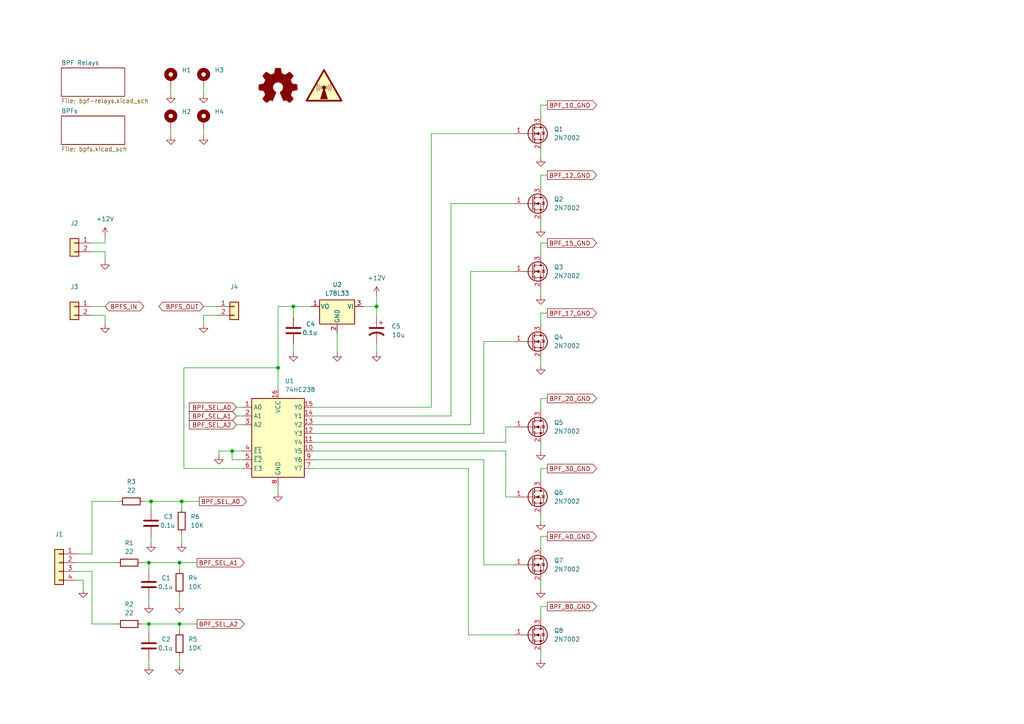
<source format=kicad_sch>
(kicad_sch (version 20230121) (generator eeschema)
  (paper "A4")
  (title_block (title "HBR/MK2 BPF Board") (date "2024-02-03") (rev "1.0"))
  (lib_symbols
    (symbol "74xx:74HC238"
      (property "Reference" "U" (at -7.62 13.97 0))
      (property "Value" "74HC238" (at 2.54 -11.43 0))
      (symbol "74HC238_0_1"
        (rectangle (start -7.62 12.7) (end 7.62 -10.16) (stroke (width 0.254)) (fill (type background)))
      )
      (symbol "74HC238_1_1"
        (pin input line (at -10.16 10.16 0) (length 2.54) (name "A0") (number "1"))
        (pin output line (at 10.16 -2.54 180) (length 2.54) (name "Y5") (number "10"))
        (pin output line (at 10.16 0 180) (length 2.54) (name "Y4") (number "11"))
        (pin output line (at 10.16 2.54 180) (length 2.54) (name "Y3") (number "12"))
        (pin output line (at 10.16 5.08 180) (length 2.54) (name "Y2") (number "13"))
        (pin output line (at 10.16 7.62 180) (length 2.54) (name "Y1") (number "14"))
        (pin output line (at 10.16 10.16 180) (length 2.54) (name "Y0") (number "15"))
        (pin power_in line (at 0 15.24 270) (length 2.54) (name "VCC") (number "16"))
        (pin input line (at -10.16 7.62 0) (length 2.54) (name "A1") (number "2"))
        (pin input line (at -10.16 5.08 0) (length 2.54) (name "A2") (number "3"))
        (pin input line (at -10.16 -2.54 0) (length 2.54) (name "~{E1}") (number "4"))
        (pin input line (at -10.16 -5.08 0) (length 2.54) (name "~{E2}") (number "5"))
        (pin input line (at -10.16 -7.62 0) (length 2.54) (name "E3") (number "6"))
        (pin output line (at 10.16 -7.62 180) (length 2.54) (name "Y7") (number "7"))
        (pin power_in line (at 0 -12.7 90) (length 2.54) (name "GND") (number "8"))
        (pin output line (at 10.16 -5.08 180) (length 2.54) (name "Y6") (number "9"))
      )
    )
    (symbol "Connector_Generic:Conn_01x02" (pin_names (offset 1.016) hide)
      (property "Reference" "J" (at 0 2.54 0))
      (property "Value" "Conn_01x02" (at 0 -5.08 0))
      (symbol "Conn_01x02_1_1"
        (rectangle (start -1.27 -2.413) (end 0 -2.667) (stroke (width 0.1524)))
        (rectangle (start -1.27 0.127) (end 0 -0.127) (stroke (width 0.1524)))
        (rectangle (start -1.27 1.27) (end 1.27 -3.81) (stroke (width 0.254)) (fill (type background)))
        (pin passive line (at -5.08 0 0) (length 3.81) (name "Pin_1") (number "1"))
        (pin passive line (at -5.08 -2.54 0) (length 3.81) (name "Pin_2") (number "2"))
      )
    )
    (symbol "Connector_Generic:Conn_01x04" (pin_names (offset 1.016) hide)
      (property "Reference" "J" (at 0 5.08 0))
      (property "Value" "Conn_01x04" (at 0 -7.62 0))
      (symbol "Conn_01x04_1_1"
        (rectangle (start -1.27 -4.953) (end 0 -5.207) (stroke (width 0.1524)))
        (rectangle (start -1.27 -2.413) (end 0 -2.667) (stroke (width 0.1524)))
        (rectangle (start -1.27 0.127) (end 0 -0.127) (stroke (width 0.1524)))
        (rectangle (start -1.27 2.667) (end 0 2.413) (stroke (width 0.1524)))
        (rectangle (start -1.27 3.81) (end 1.27 -6.35) (stroke (width 0.254)) (fill (type background)))
        (pin passive line (at -5.08 2.54 0) (length 3.81) (name "Pin_1") (number "1"))
        (pin passive line (at -5.08 0 0) (length 3.81) (name "Pin_2") (number "2"))
        (pin passive line (at -5.08 -2.54 0) (length 3.81) (name "Pin_3") (number "3"))
        (pin passive line (at -5.08 -5.08 0) (length 3.81) (name "Pin_4") (number "4"))
      )
    )
    (symbol "Device:C" (pin_numbers hide) (pin_names (offset 0.254))
      (property "Reference" "C" (at 0.635 2.54 0))
      (property "Value" "C" (at 0.635 -2.54 0))
      (symbol "C_0_1"
        (polyline (pts (xy -2.032 -0.762) (xy 2.032 -0.762)) (stroke (width 0.508)))
        (polyline (pts (xy -2.032 0.762) (xy 2.032 0.762)) (stroke (width 0.508)))
      )
      (symbol "C_1_1"
        (pin passive line (at 0 3.81 270) (length 2.794) (name "~") (number "1"))
        (pin passive line (at 0 -3.81 90) (length 2.794) (name "~") (number "2"))
      )
    )
    (symbol "Device:C_Polarized_US" (pin_numbers hide) (pin_names (offset 0.254) hide)
      (property "Reference" "C" (at 0.635 2.54 0))
      (property "Value" "C_Polarized_US" (at 0.635 -2.54 0))
      (symbol "C_Polarized_US_0_1"
        (polyline (pts (xy -2.032 0.762) (xy 2.032 0.762)) (stroke (width 0.508)))
        (polyline (pts (xy -1.778 2.286) (xy -0.762 2.286)))
        (polyline (pts (xy -1.27 1.778) (xy -1.27 2.794)))
        (arc (start 2.032 -1.27) (mid 0 -0.5572) (end -2.032 -1.27) (stroke (width 0.508)))
      )
      (symbol "C_Polarized_US_1_1"
        (pin passive line (at 0 3.81 270) (length 2.794) (name "~") (number "1"))
        (pin passive line (at 0 -3.81 90) (length 3.302) (name "~") (number "2"))
      )
    )
    (symbol "Device:R" (pin_numbers hide) (pin_names (offset 0))
      (property "Reference" "R" (at 2.032 0 90))
      (property "Value" "R" (at 0 0 90))
      (symbol "R_0_1"
        (rectangle (start -1.016 -2.54) (end 1.016 2.54) (stroke (width 0.254)))
      )
      (symbol "R_1_1"
        (pin passive line (at 0 3.81 270) (length 1.27) (name "~") (number "1"))
        (pin passive line (at 0 -3.81 90) (length 1.27) (name "~") (number "2"))
      )
    )
    (symbol "Graphic:Logo_Open_Hardware_Small" (in_bom no) (on_board no)
      (symbol "Logo_Open_Hardware_Small_0_1"
        (polyline (pts (xy 3.3528 -4.3434) (xy 3.302 -4.318) (xy 3.175 -4.2418) (xy 2.9972 -4.1148) (xy 2.7686 -3.9624) (xy 2.54 -3.81) (xy 2.3622 -3.7084) (xy 2.2352 -3.6068) (xy 2.1844 -3.5814) (xy 2.159 -3.6068) (xy 2.0574 -3.6576) (xy 1.905 -3.7338) (xy 1.8034 -3.7846) (xy 1.6764 -3.8354) (xy 1.6002 -3.8354) (xy 1.6002 -3.8354) (xy 1.5494 -3.7338) (xy 1.4732 -3.5306) (xy 1.3462 -3.302) (xy 1.2446 -3.0226) (xy 1.1176 -2.7178) (xy 0.9652 -2.413) (xy 0.8636 -2.1082) (xy 0.7366 -1.8288) (xy 0.6604 -1.6256) (xy 0.6096 -1.4732) (xy 0.5842 -1.397) (xy 0.5842 -1.397) (xy 0.6604 -1.3208) (xy 0.7874 -1.2446) (xy 1.0414 -1.016) (xy 1.2954 -0.6858) (xy 1.4478 -0.3302) (xy 1.524 0.0762) (xy 1.4732 0.4572) (xy 1.3208 0.8128) (xy 1.0668 1.143) (xy 0.762 1.3716) (xy 0.4064 1.524) (xy 0 1.5748) (xy -0.381 1.5494) (xy -0.7366 1.397) (xy -1.0668 1.143) (xy -1.2192 0.9906) (xy -1.397 0.6604) (xy -1.524 0.3048) (xy -1.524 0.2286) (xy -1.4986 -0.1778) (xy -1.397 -0.5334) (xy -1.1938 -0.8636) (xy -0.9144 -1.143) (xy -0.8636 -1.1684) (xy -0.7366 -1.27) (xy -0.635 -1.3462) (xy -0.5842 -1.397) (xy -1.0668 -2.5908) (xy -1.143 -2.794) (xy -1.2954 -3.1242) (xy -1.397 -3.4036) (xy -1.4986 -3.6322) (xy -1.5748 -3.7846) (xy -1.6002 -3.8354) (xy -1.6002 -3.8354) (xy -1.651 -3.8354) (xy -1.7272 -3.81) (xy -1.905 -3.7338) (xy -2.0066 -3.683) (xy -2.1336 -3.6068) (xy -2.2098 -3.5814) (xy -2.2606 -3.6068) (xy -2.3622 -3.683) (xy -2.54 -3.81) (xy -2.7686 -3.9624) (xy -2.9718 -4.0894) (xy -3.1496 -4.2164) (xy -3.302 -4.318) (xy -3.3528 -4.3434) (xy -3.3782 -4.3434) (xy -3.429 -4.318) (xy -3.5306 -4.2164) (xy -3.7084 -4.064) (xy -3.937 -3.8354) (xy -3.9624 -3.81) (xy -4.1656 -3.6068) (xy -4.318 -3.4544) (xy -4.4196 -3.3274) (xy -4.445 -3.2766) (xy -4.445 -3.2766) (xy -4.4196 -3.2258) (xy -4.318 -3.0734) (xy -4.2164 -2.8956) (xy -4.064 -2.667) (xy -3.6576 -2.0828) (xy -3.8862 -1.5494) (xy -3.937 -1.3716) (xy -4.0386 -1.1684) (xy -4.0894 -1.0414) (xy -4.1148 -0.9652) (xy -4.191 -0.9398) (xy -4.318 -0.9144) (xy -4.5466 -0.8636) (xy -4.8006 -0.8128) (xy -5.0546 -0.7874) (xy -5.2578 -0.7366) (xy -5.4356 -0.7112) (xy -5.5118 -0.6858) (xy -5.5118 -0.6858) (xy -5.5372 -0.635) (xy -5.5372 -0.5588) (xy -5.5372 -0.4318) (xy -5.5626 -0.2286) (xy -5.5626 0.0762) (xy -5.5626 0.127) (xy -5.5372 0.4064) (xy -5.5372 0.635) (xy -5.5372 0.762) (xy -5.5372 0.8382) (xy -5.5372 0.8382) (xy -5.461 0.8382) (xy -5.3086 0.889) (xy -5.08 0.9144) (xy -4.826 0.9652) (xy -4.8006 0.9906) (xy -4.5466 1.0414) (xy -4.318 1.0668) (xy -4.1656 1.1176) (xy -4.0894 1.143) (xy -4.0894 1.143) (xy -4.0386 1.2446) (xy -3.9624 1.4224) (xy -3.8608 1.6256) (xy -3.7846 1.8288) (xy -3.7084 2.0066) (xy -3.6576 2.159) (xy -3.6322 2.2098) (xy -3.6322 2.2098) (xy -3.683 2.286) (xy -3.7592 2.413) (xy -3.8862 2.5908) (xy -4.064 2.8194) (xy -4.064 2.8448) (xy -4.2164 3.0734) (xy -4.3434 3.2512) (xy -4.4196 3.3782) (xy -4.445 3.4544) (xy -4.445 3.4544) (xy -4.3942 3.5052) (xy -4.2926 3.6322) (xy -4.1148 3.81) (xy -3.937 4.0132) (xy -3.8608 4.064) (xy -3.6576 4.2926) (xy -3.5052 4.4196) (xy -3.4036 4.4958) (xy -3.3528 4.5212) (xy -3.3528 4.5212) (xy -3.302 4.4704) (xy -3.1496 4.3688) (xy -2.9718 4.2418) (xy -2.7432 4.0894) (xy -2.7178 4.0894) (xy -2.4892 3.937) (xy -2.3114 3.81) (xy -2.1844 3.7084) (xy -2.1336 3.683) (xy -2.1082 3.683) (xy -2.032 3.7084) (xy -1.8542 3.7592) (xy -1.6764 3.8354) (xy -1.4732 3.937) (xy -1.27 4.0132) (xy -1.143 4.064) (xy -1.0668 4.1148) (xy -1.0668 4.1148) (xy -1.0414 4.191) (xy -1.016 4.3434) (xy -0.9652 4.572) (xy -0.9144 4.8514) (xy -0.889 4.9022) (xy -0.8382 5.1562) (xy -0.8128 5.3848) (xy -0.7874 5.5372) (xy -0.762 5.588) (xy -0.7112 5.6134) (xy -0.5842 5.6134) (xy -0.4064 5.6134) (xy -0.1524 5.6134) (xy 0.0762 5.6134) (xy 0.3302 5.6134) (xy 0.5334 5.6134) (xy 0.6858 5.588) (xy 0.7366 5.588) (xy 0.7366 5.588) (xy 0.762 5.5118) (xy 0.8128 5.334) (xy 0.8382 5.1054) (xy 0.9144 4.826) (xy 0.9144 4.7752) (xy 0.9652 4.5212) (xy 1.016 4.2926) (xy 1.0414 4.1402) (xy 1.0668 4.0894) (xy 1.0668 4.0894) (xy 1.1938 4.0386) (xy 1.3716 3.9624) (xy 1.5748 3.8608) (xy 2.0828 3.6576) (xy 2.7178 4.0894) (xy 2.7686 4.1402) (xy 2.9972 4.2926) (xy 3.175 4.4196) (xy 3.302 4.4958) (xy 3.3782 4.5212) (xy 3.3782 4.5212) (xy 3.429 4.4704) (xy 3.556 4.3434) (xy 3.7338 4.191) (xy 3.9116 3.9878) (xy 4.064 3.8354) (xy 4.2418 3.6576) (xy 4.3434 3.556) (xy 4.4196 3.4798) (xy 4.4196 3.429) (xy 4.4196 3.4036) (xy 4.3942 3.3274) (xy 4.2926 3.2004) (xy 4.1656 2.9972) (xy 4.0132 2.794) (xy 3.8862 2.5908) (xy 3.7592 2.3876) (xy 3.6576 2.2352) (xy 3.6322 2.159) (xy 3.6322 2.1336) (xy 3.683 2.0066) (xy 3.7592 1.8288) (xy 3.8608 1.6002) (xy 4.064 1.1176) (xy 4.3942 1.0414) (xy 4.5974 1.016) (xy 4.8768 0.9652) (xy 5.1308 0.9144) (xy 5.5372 0.8382) (xy 5.5626 -0.6604) (xy 5.4864 -0.6858) (xy 5.4356 -0.6858) (xy 5.2832 -0.7366) (xy 5.0546 -0.762) (xy 4.8006 -0.8128) (xy 4.5974 -0.8636) (xy 4.3688 -0.9144) (xy 4.2164 -0.9398) (xy 4.1402 -0.9398) (xy 4.1148 -0.9652) (xy 4.064 -1.0668) (xy 3.9878 -1.2446) (xy 3.9116 -1.4478) (xy 3.81 -1.651) (xy 3.7338 -1.8542) (xy 3.683 -2.0066) (xy 3.6576 -2.0828) (xy 3.683 -2.1336) (xy 3.7846 -2.2606) (xy 3.8862 -2.4638) (xy 4.0386 -2.667) (xy 4.191 -2.8956) (xy 4.318 -3.0734) (xy 4.3942 -3.2004) (xy 4.445 -3.2766) (xy 4.4196 -3.3274) (xy 4.3434 -3.429) (xy 4.1656 -3.5814) (xy 3.937 -3.8354) (xy 3.8862 -3.8608) (xy 3.683 -4.064) (xy 3.5306 -4.2164) (xy 3.4036 -4.318) (xy 3.3528 -4.3434)) (fill (type outline)))
      )
    )
    (symbol "Graphic:SYM_Radio_Waves_Large" (in_bom no) (on_board no)
      (symbol "SYM_Radio_Waves_Large_0_1"
        (arc (start -1.778 -0.254) (mid -2.0478 -1.27) (end -1.778 -2.286))
        (arc (start -1.27 -0.508) (mid -1.4811 -1.27) (end -1.27 -2.032))
        (arc (start -0.762 -0.762) (mid -0.9158 -1.27) (end -0.762 -1.778))
        (circle (center 0 -1.27) (radius 0.508) (fill (type outline)))
        (polyline (pts (xy -5.08 -5.08) (xy 5.08 -5.08) (xy 0 3.81) (xy -5.08 -5.08)) (stroke (width 0.508)) (fill (type background)))
        (polyline (pts (xy -1.016 -4.572) (xy 1.016 -4.572) (xy 0 -1.27) (xy -1.016 -4.572)) (fill (type outline)))
        (arc (start 0.762 -1.778) (mid 0.9158 -1.27) (end 0.762 -0.762))
        (arc (start 1.27 -2.032) (mid 1.4811 -1.27) (end 1.27 -0.508))
        (arc (start 1.778 -2.286) (mid 2.0478 -1.27) (end 1.778 -0.254))
      )
    )
    (symbol "Mechanical:MountingHole_Pad" (pin_numbers hide) (pin_names (offset 1.016) hide)
      (property "Reference" "H" (at 0 6.35 0))
      (property "Value" "MountingHole_Pad" (at 0 4.445 0))
      (symbol "MountingHole_Pad_0_1"
        (circle (center 0 1.27) (radius 1.27) (stroke (width 1.27)))
      )
      (symbol "MountingHole_Pad_1_1"
        (pin input line (at 0 -2.54 90) (length 2.54) (name "1") (number "1"))
      )
    )
    (symbol "Regulator_Linear:L78L33_TO92" (pin_names (offset 0.254))
      (property "Reference" "U" (at -3.81 3.175 0))
      (property "Value" "L78L33_TO92" (at 0 3.175 0))
      (symbol "L78L33_TO92_0_1"
        (rectangle (start -5.08 -5.08) (end 5.08 1.905) (stroke (width 0.254)) (fill (type background)))
      )
      (symbol "L78L33_TO92_1_1"
        (pin power_out line (at 7.62 0 180) (length 2.54) (name "VO") (number "1"))
        (pin power_in line (at 0 -7.62 90) (length 2.54) (name "GND") (number "2"))
        (pin power_in line (at -7.62 0 0) (length 2.54) (name "VI") (number "3"))
      )
    )
    (symbol "Transistor_FET:2N7002" (pin_names hide)
      (property "Reference" "Q" (at 5.08 1.905 0))
      (property "Value" "2N7002" (at 5.08 0 0))
      (symbol "2N7002_0_1"
        (polyline (pts (xy 0.254 0) (xy -2.54 0)))
        (polyline (pts (xy 0.254 1.905) (xy 0.254 -1.905)) (stroke (width 0.254)))
        (polyline (pts (xy 0.762 -1.27) (xy 0.762 -2.286)) (stroke (width 0.254)))
        (polyline (pts (xy 0.762 0.508) (xy 0.762 -0.508)) (stroke (width 0.254)))
        (polyline (pts (xy 0.762 2.286) (xy 0.762 1.27)) (stroke (width 0.254)))
        (polyline (pts (xy 2.54 2.54) (xy 2.54 1.778)))
        (polyline (pts (xy 2.54 -2.54) (xy 2.54 0) (xy 0.762 0)))
        (polyline (pts (xy 0.762 -1.778) (xy 3.302 -1.778) (xy 3.302 1.778) (xy 0.762 1.778)))
        (polyline (pts (xy 1.016 0) (xy 2.032 0.381) (xy 2.032 -0.381) (xy 1.016 0)) (fill (type outline)))
        (polyline (pts (xy 2.794 0.508) (xy 2.921 0.381) (xy 3.683 0.381) (xy 3.81 0.254)))
        (polyline (pts (xy 3.302 0.381) (xy 2.921 -0.254) (xy 3.683 -0.254) (xy 3.302 0.381)))
        (circle (center 1.651 0) (radius 2.794) (stroke (width 0.254)))
        (circle (center 2.54 -1.778) (radius 0.254) (fill (type outline)))
        (circle (center 2.54 1.778) (radius 0.254) (fill (type outline)))
      )
      (symbol "2N7002_1_1"
        (pin input line (at -5.08 0 0) (length 2.54) (name "G") (number "1"))
        (pin passive line (at 2.54 -5.08 90) (length 2.54) (name "S") (number "2"))
        (pin passive line (at 2.54 5.08 270) (length 2.54) (name "D") (number "3"))
      )
    )
    (symbol "power:+12V" (power) (pin_names (offset 0))
      (property "Value" "+12V" (at 0 3.556 0))
      (symbol "+12V_0_1"
        (polyline (pts (xy -0.762 1.27) (xy 0 2.54)))
        (polyline (pts (xy 0 0) (xy 0 2.54)))
        (polyline (pts (xy 0 2.54) (xy 0.762 1.27)))
      )
      (symbol "+12V_1_1"
        (pin power_in line (at 0 0 90) (length 0) hide (name "+12V") (number "1"))
      )
    )
    (symbol "power:GND" (power) (pin_names (offset 0))
      (property "Value" "GND" (at 0 -3.81 0))
      (symbol "GND_0_1"
        (polyline (pts (xy 0 0) (xy 0 -1.27) (xy 1.27 -1.27) (xy 0 -2.54) (xy -1.27 -1.27) (xy 0 -1.27)))
      )
      (symbol "GND_1_1"
        (pin power_in line (at 0 0 270) (length 0) hide (name "GND") (number "1"))
      )
    )
  )
  (junction (at 109.22 88.9))
  (junction (at 43.18 180.975))
  (junction (at 43.18 163.195))
  (junction (at 80.645 106.68))
  (junction (at 52.07 163.195))
  (junction (at 85.09 88.9))
  (junction (at 52.07 180.975))
  (junction (at 43.815 145.415))
  (junction (at 67.31 130.81))
  (junction (at 52.705 145.415))
  (wire (pts (xy 24.13 168.275) (xy 22.225 168.275)))
  (wire (pts (xy 156.845 30.48) (xy 158.75 30.48)))
  (wire (pts (xy 156.845 70.485) (xy 158.75 70.485)))
  (wire (pts (xy 43.18 165.735) (xy 43.18 163.195)))
  (wire (pts (xy 49.53 37.465) (xy 49.53 39.37)))
  (wire (pts (xy 43.815 155.575) (xy 43.815 157.48)))
  (wire (pts (xy 90.805 125.73) (xy 140.335 125.73)))
  (wire (pts (xy 53.34 106.68) (xy 80.645 106.68)))
  (wire (pts (xy 52.705 154.94) (xy 52.705 157.48)))
  (wire (pts (xy 68.58 120.65) (xy 70.485 120.65)))
  (wire (pts (xy 41.275 180.975) (xy 43.18 180.975)))
  (wire (pts (xy 156.845 115.57) (xy 158.75 115.57)))
  (wire (pts (xy 90.805 123.19) (xy 136.525 123.19)))
  (wire (pts (xy 156.845 158.75) (xy 156.845 155.575)))
  (wire (pts (xy 136.525 123.19) (xy 136.525 78.74)))
  (wire (pts (xy 70.485 133.35) (xy 67.31 133.35)))
  (wire (pts (xy 43.18 191.135) (xy 43.18 193.04)))
  (wire (pts (xy 135.89 184.15) (xy 149.225 184.15)))
  (wire (pts (xy 156.845 73.66) (xy 156.845 70.485)))
  (wire (pts (xy 140.335 163.83) (xy 149.225 163.83)))
  (wire (pts (xy 125.095 118.11) (xy 125.095 38.735)))
  (wire (pts (xy 22.225 165.735) (xy 26.67 165.735)))
  (wire (pts (xy 90.17 88.9) (xy 85.09 88.9)))
  (wire (pts (xy 156.845 149.225) (xy 156.845 151.13)))
  (wire (pts (xy 30.48 73.025) (xy 26.67 73.025)))
  (wire (pts (xy 30.48 91.44) (xy 26.67 91.44)))
  (wire (pts (xy 146.685 130.81) (xy 146.685 144.145)))
  (wire (pts (xy 156.845 90.805) (xy 158.75 90.805)))
  (wire (pts (xy 156.845 139.065) (xy 156.845 135.89)))
  (wire (pts (xy 52.07 190.5) (xy 52.07 193.04)))
  (wire (pts (xy 136.525 78.74) (xy 149.225 78.74)))
  (wire (pts (xy 30.48 75.565) (xy 30.48 73.025)))
  (wire (pts (xy 43.815 145.415) (xy 52.705 145.415)))
  (wire (pts (xy 80.645 88.9) (xy 80.645 106.68)))
  (wire (pts (xy 52.07 172.72) (xy 52.07 175.26)))
  (wire (pts (xy 70.485 135.89) (xy 53.34 135.89)))
  (wire (pts (xy 59.055 37.465) (xy 59.055 39.37)))
  (wire (pts (xy 130.81 120.65) (xy 130.81 59.055)))
  (wire (pts (xy 52.07 180.975) (xy 52.07 182.88)))
  (wire (pts (xy 140.335 125.73) (xy 140.335 99.06)))
  (wire (pts (xy 156.845 189.23) (xy 156.845 191.135)))
  (wire (pts (xy 156.845 155.575) (xy 158.75 155.575)))
  (wire (pts (xy 22.225 160.655) (xy 26.67 160.655)))
  (wire (pts (xy 30.48 70.485) (xy 30.48 68.58)))
  (wire (pts (xy 67.31 133.35) (xy 67.31 130.81)))
  (wire (pts (xy 49.53 25.4) (xy 49.53 27.305)))
  (wire (pts (xy 59.055 91.44) (xy 62.865 91.44)))
  (wire (pts (xy 43.18 173.355) (xy 43.18 175.26)))
  (wire (pts (xy 90.805 128.27) (xy 146.685 128.27)))
  (wire (pts (xy 140.335 133.35) (xy 140.335 163.83)))
  (wire (pts (xy 90.805 120.65) (xy 130.81 120.65)))
  (wire (pts (xy 146.685 123.825) (xy 149.225 123.825)))
  (wire (pts (xy 156.845 118.745) (xy 156.845 115.57)))
  (wire (pts (xy 146.685 128.27) (xy 146.685 123.825)))
  (wire (pts (xy 62.865 88.9) (xy 59.055 88.9)))
  (wire (pts (xy 80.645 88.9) (xy 85.09 88.9)))
  (wire (pts (xy 156.845 168.91) (xy 156.845 170.815)))
  (wire (pts (xy 63.5 130.81) (xy 67.31 130.81)))
  (wire (pts (xy 97.79 96.52) (xy 97.79 102.235)))
  (wire (pts (xy 43.18 183.515) (xy 43.18 180.975)))
  (wire (pts (xy 63.5 132.08) (xy 63.5 130.81)))
  (wire (pts (xy 80.645 106.68) (xy 80.645 113.03)))
  (wire (pts (xy 130.81 59.055) (xy 149.225 59.055)))
  (wire (pts (xy 156.845 179.07) (xy 156.845 175.895)))
  (wire (pts (xy 109.22 85.725) (xy 109.22 88.9)))
  (wire (pts (xy 68.58 123.19) (xy 70.485 123.19)))
  (wire (pts (xy 156.845 128.905) (xy 156.845 130.81)))
  (wire (pts (xy 90.805 130.81) (xy 146.685 130.81)))
  (wire (pts (xy 52.07 180.975) (xy 57.15 180.975)))
  (wire (pts (xy 140.335 99.06) (xy 149.225 99.06)))
  (wire (pts (xy 156.845 93.98) (xy 156.845 90.805)))
  (wire (pts (xy 156.845 53.975) (xy 156.845 50.8)))
  (wire (pts (xy 41.91 145.415) (xy 43.815 145.415)))
  (wire (pts (xy 156.845 64.135) (xy 156.845 66.04)))
  (wire (pts (xy 52.705 145.415) (xy 57.785 145.415)))
  (wire (pts (xy 156.845 50.8) (xy 158.75 50.8)))
  (wire (pts (xy 146.685 144.145) (xy 149.225 144.145)))
  (wire (pts (xy 26.67 165.735) (xy 26.67 180.975)))
  (wire (pts (xy 156.845 83.82) (xy 156.845 85.725)))
  (wire (pts (xy 156.845 43.815) (xy 156.845 45.72)))
  (wire (pts (xy 109.22 88.9) (xy 105.41 88.9)))
  (wire (pts (xy 85.09 88.9) (xy 85.09 92.075)))
  (wire (pts (xy 68.58 118.11) (xy 70.485 118.11)))
  (wire (pts (xy 26.67 160.655) (xy 26.67 145.415)))
  (wire (pts (xy 22.225 163.195) (xy 33.655 163.195)))
  (wire (pts (xy 90.805 135.89) (xy 135.89 135.89)))
  (wire (pts (xy 26.67 180.975) (xy 33.655 180.975)))
  (wire (pts (xy 52.07 163.195) (xy 52.07 165.1)))
  (wire (pts (xy 59.055 93.98) (xy 59.055 91.44)))
  (wire (pts (xy 85.09 99.695) (xy 85.09 102.235)))
  (wire (pts (xy 26.67 88.9) (xy 30.48 88.9)))
  (wire (pts (xy 156.845 33.655) (xy 156.845 30.48)))
  (wire (pts (xy 43.18 163.195) (xy 52.07 163.195)))
  (wire (pts (xy 52.07 163.195) (xy 57.15 163.195)))
  (wire (pts (xy 109.22 99.695) (xy 109.22 102.235)))
  (wire (pts (xy 24.13 170.815) (xy 24.13 168.275)))
  (wire (pts (xy 156.845 104.14) (xy 156.845 106.045)))
  (wire (pts (xy 135.89 135.89) (xy 135.89 184.15)))
  (wire (pts (xy 43.18 180.975) (xy 52.07 180.975)))
  (wire (pts (xy 52.705 145.415) (xy 52.705 147.32)))
  (wire (pts (xy 67.31 130.81) (xy 70.485 130.81)))
  (wire (pts (xy 156.845 175.895) (xy 158.75 175.895)))
  (wire (pts (xy 109.22 88.9) (xy 109.22 92.075)))
  (wire (pts (xy 41.275 163.195) (xy 43.18 163.195)))
  (wire (pts (xy 59.055 25.4) (xy 59.055 27.305)))
  (wire (pts (xy 26.67 70.485) (xy 30.48 70.485)))
  (wire (pts (xy 80.645 140.97) (xy 80.645 142.875)))
  (wire (pts (xy 30.48 93.98) (xy 30.48 91.44)))
  (wire (pts (xy 53.34 135.89) (xy 53.34 106.68)))
  (wire (pts (xy 26.67 145.415) (xy 34.29 145.415)))
  (wire (pts (xy 125.095 38.735) (xy 149.225 38.735)))
  (wire (pts (xy 156.845 135.89) (xy 158.75 135.89)))
  (wire (pts (xy 90.805 118.11) (xy 125.095 118.11)))
  (wire (pts (xy 90.805 133.35) (xy 140.335 133.35)))
  (wire (pts (xy 43.815 147.955) (xy 43.815 145.415)))
  (global_label "BPF_SEL_A0" (shape output) (at 57.785 145.415 0) (property "Intersheetrefs" "${INTERSHEET_REFS}" (effects hide)))
  (global_label "BPF_SEL_A2" (shape input) (at 68.58 123.19 180) (property "Intersheetrefs" "${INTERSHEET_REFS}" (effects hide)))
  (global_label "BPF_SEL_A1" (shape input) (at 68.58 120.65 180) (property "Intersheetrefs" "${INTERSHEET_REFS}" (effects hide)))
  (global_label "BPF_20_GND" (shape output) (at 158.75 115.57 0) (property "Intersheetrefs" "${INTERSHEET_REFS}" (effects hide)))
  (global_label "BPFS_IN" (shape bidirectional) (at 30.48 88.9 0) (property "Intersheetrefs" "${INTERSHEET_REFS}" (effects hide)))
  (global_label "BPF_SEL_A1" (shape output) (at 57.15 163.195 0) (property "Intersheetrefs" "${INTERSHEET_REFS}" (effects hide)))
  (global_label "BPF_40_GND" (shape output) (at 158.75 155.575 0) (property "Intersheetrefs" "${INTERSHEET_REFS}" (effects hide)))
  (global_label "BPF_15_GND" (shape output) (at 158.75 70.485 0) (property "Intersheetrefs" "${INTERSHEET_REFS}" (effects hide)))
  (global_label "BPF_17_GND" (shape output) (at 158.75 90.805 0) (property "Intersheetrefs" "${INTERSHEET_REFS}" (effects hide)))
  (global_label "BPF_30_GND" (shape output) (at 158.75 135.89 0) (property "Intersheetrefs" "${INTERSHEET_REFS}" (effects hide)))
  (global_label "BPF_SEL_A2" (shape output) (at 57.15 180.975 0) (property "Intersheetrefs" "${INTERSHEET_REFS}" (effects hide)))
  (global_label "BPF_80_GND" (shape output) (at 158.75 175.895 0) (property "Intersheetrefs" "${INTERSHEET_REFS}" (effects hide)))
  (global_label "BPF_10_GND" (shape output) (at 158.75 30.48 0) (property "Intersheetrefs" "${INTERSHEET_REFS}" (effects hide)))
  (global_label "BPFS_OUT" (shape bidirectional) (at 59.055 88.9 180) (property "Intersheetrefs" "${INTERSHEET_REFS}" (effects hide)))
  (global_label "BPF_SEL_A0" (shape input) (at 68.58 118.11 180) (property "Intersheetrefs" "${INTERSHEET_REFS}" (effects hide)))
  (global_label "BPF_12_GND" (shape output) (at 158.75 50.8 0) (property "Intersheetrefs" "${INTERSHEET_REFS}" (effects hide)))
  (symbol (lib_id "power:GND") (at 63.5 132.08 0) (unit 1)
    (property "Reference" "#PWR016" (effects hide))
    (property "Value" "GND" (effects hide))
  )
  (symbol (lib_id "Mechanical:MountingHole_Pad") (at 49.53 34.925 0) (unit 1) (in_bom no)
    (property "Reference" "H2" (at 52.705 32.385 0) (effects (justify left)))
    (property "Value" "MountingHole_Pad" (effects hide))
    (property "Footprint" "MountingHole:MountingHole_3.5mm_Pad_Via" (effects hide))
  )
  (symbol (lib_id "power:+12V") (at 30.48 68.58 0) (mirror y) (unit 1)
    (property "Reference" "#PWR02" (effects hide))
    (property "Value" "+12V" (at 30.48 63.5 0))
  )
  (symbol (lib_id "Graphic:Logo_Open_Hardware_Small") (at 80.645 25.4 0) (unit 1) (in_bom no)
    (property "Reference" "SYM1" (effects hide))
    (property "Value" "Logo_Open_Hardware_Small" (effects hide))
    (property "Footprint" "Symbol:OSHW-Logo2_9.8x8mm_SilkScreen" (effects hide))
    (property "Sim.Enable" "0" (effects hide))
  )
  (symbol (lib_id "power:GND") (at 43.18 175.26 0) (mirror y) (unit 1)
    (property "Reference" "#PWR05" (effects hide))
    (property "Value" "GND" (effects hide))
  )
  (symbol (lib_id "Transistor_FET:2N7002") (at 154.305 144.145 0) (unit 1)
    (property "Reference" "Q6" (at 160.655 142.875 0) (effects (justify left)))
    (property "Value" "2N7002" (at 160.655 145.415 0) (effects (justify left)))
    (property "Footprint" "Package_TO_SOT_SMD:SOT-23" (effects hide))
    (property "Datasheet" "https://www.onsemi.com/pub/Collateral/NDS7002A-D.PDF" (effects hide))
  )
  (symbol (lib_id "Transistor_FET:2N7002") (at 154.305 78.74 0) (unit 1)
    (property "Reference" "Q3" (at 160.655 77.47 0) (effects (justify left)))
    (property "Value" "2N7002" (at 160.655 80.01 0) (effects (justify left)))
    (property "Footprint" "Package_TO_SOT_SMD:SOT-23" (effects hide))
    (property "Datasheet" "https://www.onsemi.com/pub/Collateral/NDS7002A-D.PDF" (effects hide))
  )
  (symbol (lib_id "Connector_Generic:Conn_01x02") (at 21.59 88.9 0) (mirror y) (unit 1) (in_bom no)
    (property "Reference" "J3" (at 21.59 83.185 0))
    (property "Value" "Conn_01x02" (effects hide))
    (property "Footprint" "Connector_PinHeader_2.54mm:PinHeader_1x02_P2.54mm_Vertical" (effects hide))
  )
  (symbol (lib_id "power:GND") (at 97.79 102.235 0) (mirror y) (unit 1)
    (property "Reference" "#PWR019" (effects hide))
    (property "Value" "GND" (effects hide))
  )
  (symbol (lib_id "Transistor_FET:2N7002") (at 154.305 163.83 0) (unit 1)
    (property "Reference" "Q7" (at 160.655 162.56 0) (effects (justify left)))
    (property "Value" "2N7002" (at 160.655 165.1 0) (effects (justify left)))
    (property "Footprint" "Package_TO_SOT_SMD:SOT-23" (effects hide))
    (property "Datasheet" "https://www.onsemi.com/pub/Collateral/NDS7002A-D.PDF" (effects hide))
  )
  (symbol (lib_id "Connector_Generic:Conn_01x02") (at 67.945 88.9 0) (unit 1) (in_bom no)
    (property "Reference" "J4" (at 67.945 83.185 0))
    (property "Value" "Conn_01x02" (effects hide))
    (property "Footprint" "Connector_PinHeader_2.54mm:PinHeader_1x02_P2.54mm_Vertical" (effects hide))
  )
  (symbol (lib_id "Mechanical:MountingHole_Pad") (at 49.53 22.86 0) (unit 1) (in_bom no)
    (property "Reference" "H1" (at 52.705 20.32 0) (effects (justify left)))
    (property "Value" "MountingHole_Pad" (effects hide))
    (property "Footprint" "MountingHole:MountingHole_3.5mm_Pad_Via" (effects hide))
  )
  (symbol (lib_id "Device:C") (at 43.815 151.765 0) (mirror x) (unit 1)
    (property "Reference" "C3" (at 50.165 149.86 0) (effects (justify right)))
    (property "Value" "0.1u" (at 50.8 152.4 0) (effects (justify right)))
    (property "Footprint" "Capacitor_SMD:C_0805_2012Metric_Pad1.18x1.45mm_HandSolder" (effects hide))
  )
  (symbol (lib_id "Device:C") (at 85.09 95.885 0) (mirror x) (unit 1)
    (property "Reference" "C4" (at 91.44 93.98 0) (effects (justify right)))
    (property "Value" "0.1u" (at 92.075 96.52 0) (effects (justify right)))
    (property "Footprint" "Capacitor_SMD:C_0805_2012Metric_Pad1.18x1.45mm_HandSolder" (effects hide))
  )
  (symbol (lib_id "power:GND") (at 80.645 142.875 0) (unit 1)
    (property "Reference" "#PWR017" (effects hide))
    (property "Value" "GND" (effects hide))
  )
  (symbol (lib_id "Regulator_Linear:L78L33_TO92") (at 97.79 88.9 0) (mirror y) (unit 1)
    (property "Reference" "U2" (at 97.79 82.55 0))
    (property "Value" "L78L33" (at 97.79 85.09 0))
    (property "Footprint" "Package_TO_SOT_THT:TO-92_HandSolder" (effects hide))
    (property "Datasheet" "http://www.st.com/content/ccc/resource/technical/document/datasheet/15/55/e5/aa/23/5b/43/fd/CD00000446.pdf/files/CD00000446.pdf/jcr:content/translations/en.CD00000446.pdf" (effects hide))
  )
  (symbol (lib_id "74xx:74HC238") (at 80.645 128.27 0) (unit 1)
    (property "Reference" "U1" (at 82.6009 110.49 0) (effects (justify left)))
    (property "Value" "74HC238" (at 82.6009 113.03 0) (effects (justify left)))
    (property "Footprint" "Package_SO:SO-16_5.3x10.2mm_P1.27mm" (effects hide))
    (property "Datasheet" "https://www.ti.com/lit/ds/symlink/cd74hc238.pdf" (effects hide))
  )
  (symbol (lib_id "Graphic:SYM_Radio_Waves_Large") (at 93.98 24.13 0) (unit 1) (in_bom no)
    (property "Reference" "SYM2" (effects hide))
    (property "Value" "SYM_Radio_Waves_Large" (effects hide))
    (property "Footprint" "Symbol:KiCad-Logo2_5mm_SilkScreen" (effects hide))
    (property "Sim.Enable" "0" (effects hide))
  )
  (symbol (lib_id "power:GND") (at 85.09 102.235 0) (mirror y) (unit 1)
    (property "Reference" "#PWR018" (effects hide))
    (property "Value" "GND" (effects hide))
  )
  (symbol (lib_id "Transistor_FET:2N7002") (at 154.305 99.06 0) (unit 1)
    (property "Reference" "Q4" (at 160.655 97.79 0) (effects (justify left)))
    (property "Value" "2N7002" (at 160.655 100.33 0) (effects (justify left)))
    (property "Footprint" "Package_TO_SOT_SMD:SOT-23" (effects hide))
    (property "Datasheet" "https://www.onsemi.com/pub/Collateral/NDS7002A-D.PDF" (effects hide))
  )
  (symbol (lib_id "Device:R") (at 37.465 180.975 270) (unit 1)
    (property "Reference" "R2" (at 37.465 175.26 90))
    (property "Value" "22" (at 37.465 177.8 90))
    (property "Footprint" "Resistor_SMD:R_0805_2012Metric_Pad1.20x1.40mm_HandSolder" (effects hide))
  )
  (symbol (lib_id "power:GND") (at 49.53 27.305 0) (unit 1)
    (property "Reference" "#PWR011" (effects hide))
    (property "Value" "GND" (effects hide))
  )
  (symbol (lib_id "Device:C") (at 43.18 169.545 0) (mirror x) (unit 1)
    (property "Reference" "C1" (at 49.53 167.64 0) (effects (justify right)))
    (property "Value" "0.1u" (at 50.165 170.18 0) (effects (justify right)))
    (property "Footprint" "Capacitor_SMD:C_0805_2012Metric_Pad1.18x1.45mm_HandSolder" (effects hide))
  )
  (symbol (lib_id "Device:C_Polarized_US") (at 109.22 95.885 0) (mirror y) (unit 1)
    (property "Reference" "C5" (at 116.205 94.615 0) (effects (justify left)))
    (property "Value" "10u" (at 117.475 97.155 0) (effects (justify left)))
    (property "Footprint" "Capacitor_SMD:CP_Elec_4x5.4" (effects hide))
  )
  (symbol (lib_id "power:GND") (at 156.845 66.04 0) (unit 1)
    (property "Reference" "#PWR023" (effects hide))
    (property "Value" "GND" (effects hide))
  )
  (symbol (lib_id "power:GND") (at 156.845 170.815 0) (unit 1)
    (property "Reference" "#PWR028" (effects hide))
    (property "Value" "GND" (effects hide))
  )
  (symbol (lib_id "Device:R") (at 52.07 186.69 180) (unit 1)
    (property "Reference" "R5" (at 54.61 185.42 0) (effects (justify right)))
    (property "Value" "10K" (at 54.61 187.96 0) (effects (justify right)))
    (property "Footprint" "Resistor_SMD:R_0805_2012Metric_Pad1.20x1.40mm_HandSolder" (effects hide))
  )
  (symbol (lib_id "power:GND") (at 109.22 102.235 0) (mirror y) (unit 1)
    (property "Reference" "#PWR021" (effects hide))
    (property "Value" "GND" (effects hide))
  )
  (symbol (lib_id "Mechanical:MountingHole_Pad") (at 59.055 34.925 0) (unit 1) (in_bom no)
    (property "Reference" "H4" (at 62.23 32.385 0) (effects (justify left)))
    (property "Value" "MountingHole_Pad" (effects hide))
    (property "Footprint" "MountingHole:MountingHole_3.5mm_Pad_Via" (effects hide))
  )
  (symbol (lib_id "power:GND") (at 156.845 191.135 0) (unit 1)
    (property "Reference" "#PWR029" (effects hide))
    (property "Value" "GND" (effects hide))
  )
  (symbol (lib_id "Transistor_FET:2N7002") (at 154.305 38.735 0) (unit 1)
    (property "Reference" "Q1" (at 160.655 37.465 0) (effects (justify left)))
    (property "Value" "2N7002" (at 160.655 40.005 0) (effects (justify left)))
    (property "Footprint" "Package_TO_SOT_SMD:SOT-23" (effects hide))
    (property "Datasheet" "https://www.onsemi.com/pub/Collateral/NDS7002A-D.PDF" (effects hide))
  )
  (symbol (lib_id "power:GND") (at 52.07 193.04 0) (mirror y) (unit 1)
    (property "Reference" "#PWR09" (effects hide))
    (property "Value" "GND" (effects hide))
  )
  (symbol (lib_id "power:GND") (at 24.13 170.815 0) (mirror y) (unit 1)
    (property "Reference" "#PWR01" (effects hide))
    (property "Value" "GND" (effects hide))
  )
  (symbol (lib_id "power:GND") (at 52.07 175.26 0) (mirror y) (unit 1)
    (property "Reference" "#PWR08" (effects hide))
    (property "Value" "GND" (effects hide))
  )
  (symbol (lib_id "power:GND") (at 156.845 45.72 0) (unit 1)
    (property "Reference" "#PWR022" (effects hide))
    (property "Value" "GND" (effects hide))
  )
  (symbol (lib_id "power:GND") (at 59.055 27.305 0) (unit 1)
    (property "Reference" "#PWR014" (effects hide))
    (property "Value" "GND" (effects hide))
  )
  (symbol (lib_id "Device:R") (at 52.705 151.13 180) (unit 1)
    (property "Reference" "R6" (at 55.245 149.86 0) (effects (justify right)))
    (property "Value" "10K" (at 55.245 152.4 0) (effects (justify right)))
    (property "Footprint" "Resistor_SMD:R_0805_2012Metric_Pad1.20x1.40mm_HandSolder" (effects hide))
  )
  (symbol (lib_id "power:GND") (at 156.845 130.81 0) (unit 1)
    (property "Reference" "#PWR026" (effects hide))
    (property "Value" "GND" (effects hide))
  )
  (symbol (lib_id "power:GND") (at 156.845 151.13 0) (unit 1)
    (property "Reference" "#PWR027" (effects hide))
    (property "Value" "GND" (effects hide))
  )
  (symbol (lib_id "power:GND") (at 30.48 75.565 0) (unit 1)
    (property "Reference" "#PWR03" (effects hide))
    (property "Value" "GND" (effects hide))
  )
  (symbol (lib_id "Device:R") (at 52.07 168.91 180) (unit 1)
    (property "Reference" "R4" (at 54.61 167.64 0) (effects (justify right)))
    (property "Value" "10K" (at 54.61 170.18 0) (effects (justify right)))
    (property "Footprint" "Resistor_SMD:R_0805_2012Metric_Pad1.20x1.40mm_HandSolder" (effects hide))
  )
  (symbol (lib_id "power:GND") (at 52.705 157.48 0) (mirror y) (unit 1)
    (property "Reference" "#PWR010" (effects hide))
    (property "Value" "GND" (effects hide))
  )
  (symbol (lib_id "power:GND") (at 49.53 39.37 0) (unit 1)
    (property "Reference" "#PWR012" (effects hide))
    (property "Value" "GND" (effects hide))
  )
  (symbol (lib_id "power:GND") (at 43.18 193.04 0) (mirror y) (unit 1)
    (property "Reference" "#PWR06" (effects hide))
    (property "Value" "GND" (effects hide))
  )
  (symbol (lib_id "Transistor_FET:2N7002") (at 154.305 184.15 0) (unit 1)
    (property "Reference" "Q8" (at 160.655 182.88 0) (effects (justify left)))
    (property "Value" "2N7002" (at 160.655 185.42 0) (effects (justify left)))
    (property "Footprint" "Package_TO_SOT_SMD:SOT-23" (effects hide))
    (property "Datasheet" "https://www.onsemi.com/pub/Collateral/NDS7002A-D.PDF" (effects hide))
  )
  (symbol (lib_id "power:GND") (at 156.845 85.725 0) (unit 1)
    (property "Reference" "#PWR024" (effects hide))
    (property "Value" "GND" (effects hide))
  )
  (symbol (lib_id "Device:R") (at 38.1 145.415 270) (unit 1)
    (property "Reference" "R3" (at 38.1 139.7 90))
    (property "Value" "22" (at 38.1 142.24 90))
    (property "Footprint" "Resistor_SMD:R_0805_2012Metric_Pad1.20x1.40mm_HandSolder" (effects hide))
  )
  (symbol (lib_id "Connector_Generic:Conn_01x04") (at 17.145 163.195 0) (mirror y) (unit 1) (in_bom no)
    (property "Reference" "J1" (at 17.145 154.94 0))
    (property "Value" "Conn_01x04" (effects hide))
    (property "Footprint" "Connector_PinHeader_2.54mm:PinHeader_1x04_P2.54mm_Vertical" (effects hide))
  )
  (symbol (lib_id "Device:C") (at 43.18 187.325 0) (mirror x) (unit 1)
    (property "Reference" "C2" (at 49.53 185.42 0) (effects (justify right)))
    (property "Value" "0.1u" (at 50.165 187.96 0) (effects (justify right)))
    (property "Footprint" "Capacitor_SMD:C_0805_2012Metric_Pad1.18x1.45mm_HandSolder" (effects hide))
  )
  (symbol (lib_id "power:GND") (at 59.055 39.37 0) (unit 1)
    (property "Reference" "#PWR015" (effects hide))
    (property "Value" "GND" (effects hide))
  )
  (symbol (lib_id "power:GND") (at 59.055 93.98 0) (mirror y) (unit 1)
    (property "Reference" "#PWR013" (effects hide))
    (property "Value" "GND" (effects hide))
  )
  (symbol (lib_id "Mechanical:MountingHole_Pad") (at 59.055 22.86 0) (unit 1) (in_bom no)
    (property "Reference" "H3" (at 62.23 20.32 0) (effects (justify left)))
    (property "Value" "MountingHole_Pad" (effects hide))
    (property "Footprint" "MountingHole:MountingHole_3.5mm_Pad_Via" (effects hide))
  )
  (symbol (lib_id "Transistor_FET:2N7002") (at 154.305 59.055 0) (unit 1)
    (property "Reference" "Q2" (at 160.655 57.785 0) (effects (justify left)))
    (property "Value" "2N7002" (at 160.655 60.325 0) (effects (justify left)))
    (property "Footprint" "Package_TO_SOT_SMD:SOT-23" (effects hide))
    (property "Datasheet" "https://www.onsemi.com/pub/Collateral/NDS7002A-D.PDF" (effects hide))
  )
  (symbol (lib_id "power:GND") (at 30.48 93.98 0) (unit 1)
    (property "Reference" "#PWR04" (effects hide))
    (property "Value" "GND" (effects hide))
  )
  (symbol (lib_id "power:GND") (at 43.815 157.48 0) (mirror y) (unit 1)
    (property "Reference" "#PWR07" (effects hide))
    (property "Value" "GND" (effects hide))
  )
  (symbol (lib_id "power:+12V") (at 109.22 85.725 0) (mirror y) (unit 1)
    (property "Reference" "#PWR020" (effects hide))
    (property "Value" "+12V" (at 109.22 80.645 0))
  )
  (symbol (lib_id "Connector_Generic:Conn_01x02") (at 21.59 70.485 0) (mirror y) (unit 1) (in_bom no)
    (property "Reference" "J2" (at 21.59 64.77 0))
    (property "Value" "Conn_01x02" (effects hide))
    (property "Footprint" "Connector_PinHeader_2.54mm:PinHeader_1x02_P2.54mm_Vertical" (effects hide))
  )
  (symbol (lib_id "power:GND") (at 156.845 106.045 0) (unit 1)
    (property "Reference" "#PWR025" (effects hide))
    (property "Value" "GND" (effects hide))
  )
  (symbol (lib_id "Device:R") (at 37.465 163.195 270) (unit 1)
    (property "Reference" "R1" (at 37.465 157.48 90))
    (property "Value" "22" (at 37.465 160.02 90))
    (property "Footprint" "Resistor_SMD:R_0805_2012Metric_Pad1.20x1.40mm_HandSolder" (effects hide))
  )
  (symbol (lib_id "Transistor_FET:2N7002") (at 154.305 123.825 0) (unit 1)
    (property "Reference" "Q5" (at 160.655 122.555 0) (effects (justify left)))
    (property "Value" "2N7002" (at 160.655 125.095 0) (effects (justify left)))
    (property "Footprint" "Package_TO_SOT_SMD:SOT-23" (effects hide))
    (property "Datasheet" "https://www.onsemi.com/pub/Collateral/NDS7002A-D.PDF" (effects hide))
  )
  (sheet (at 17.78 19.685) (size 18.415 8.255) (stroke (width 0.1524))
    (property "Sheetname" "BPF Relays" (at 17.78 18.9734 0) (effects (justify left bottom)))
    (property "Sheetfile" "bpf-relays.kicad_sch" (at 17.78 28.5246 0) (effects (justify left top)))
  )
  (sheet (at 17.78 33.655) (size 18.415 8.255) (stroke (width 0.1524))
    (property "Sheetname" "BPFs" (at 17.78 32.9434 0) (effects (justify left bottom)))
    (property "Sheetfile" "bpfs.kicad_sch" (at 17.78 42.4946 0) (effects (justify left top)))
  )
)
</source>
